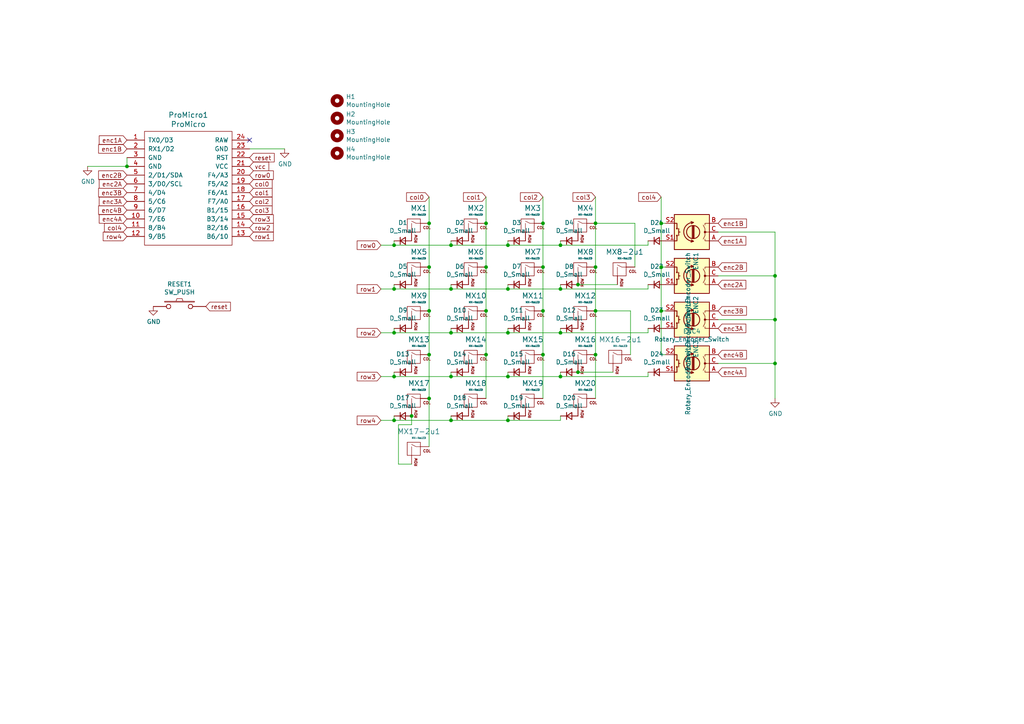
<source format=kicad_sch>
(kicad_sch (version 20210621) (generator eeschema)
  (paper "A4")
  (lib_symbols
    (symbol "Device:D_Small" (pin_numbers hide) (pin_names (offset 0.254) hide)
      (property "Reference" "D" (at -1.27 2.032 0))
      (property "Value" "D_Small" (at -3.81 -2.032 0))
      (symbol "D_Small_0_1"
        (polyline (pts (xy -0.762 -1.016) (xy -0.762 1.016)) (stroke (width 0.254)))
        (polyline (pts (xy -0.762 0) (xy 0.762 0)))
        (polyline (pts (xy 0.762 -1.016) (xy -0.762 0) (xy 0.762 1.016) (xy 0.762 -1.016)) (stroke (width 0.254)))
      )
      (symbol "D_Small_1_1"
        (pin passive line (at -2.54 0 0) (length 1.778) (name "K") (number "1"))
        (pin passive line (at 2.54 0 180) (length 1.778) (name "A") (number "2"))
      )
    )
    (symbol "Device:Rotary_Encoder_Switch" (pin_names (offset 0.254) hide)
      (property "Reference" "SW" (at 0 6.604 0))
      (property "Value" "Rotary_Encoder_Switch" (at 0 -6.604 0))
      (symbol "Rotary_Encoder_Switch_0_1"
        (arc (start -0.381 -2.794) (end -0.381 2.667) (radius (at -0.381 -0.0508) (length 2.7432) (angles -89.9 89.9)) (stroke (width 0.254)))
        (circle (center -0.381 0) (radius 1.905) (stroke (width 0.254)))
        (circle (center 4.318 -1.016) (radius 0.127) (stroke (width 0.254)))
        (circle (center 4.318 1.016) (radius 0.127) (stroke (width 0.254)))
        (circle (center -3.81 0) (radius 0.254) (fill (type outline)))
        (rectangle (start -5.08 5.08) (end 5.08 -5.08) (stroke (width 0.254)) (fill (type background)))
        (polyline (pts (xy -0.635 -1.778) (xy -0.635 1.778)) (stroke (width 0.254)))
        (polyline (pts (xy -0.381 -1.778) (xy -0.381 1.778)) (stroke (width 0.254)))
        (polyline (pts (xy -0.127 1.778) (xy -0.127 -1.778)) (stroke (width 0.254)))
        (polyline (pts (xy 3.81 0) (xy 3.429 0)) (stroke (width 0.254)))
        (polyline (pts (xy 3.81 1.016) (xy 3.81 -1.016)) (stroke (width 0.254)))
        (polyline (pts (xy -5.08 -2.54) (xy -3.81 -2.54) (xy -3.81 -2.032)))
        (polyline (pts (xy -5.08 2.54) (xy -3.81 2.54) (xy -3.81 2.032)))
        (polyline (pts (xy 0.254 -3.048) (xy -0.508 -2.794) (xy 0.127 -2.413)) (stroke (width 0.254)))
        (polyline (pts (xy 0.254 2.921) (xy -0.508 2.667) (xy 0.127 2.286)) (stroke (width 0.254)))
        (polyline (pts (xy 5.08 -2.54) (xy 4.318 -2.54) (xy 4.318 -1.016)) (stroke (width 0.254)))
        (polyline (pts (xy 5.08 2.54) (xy 4.318 2.54) (xy 4.318 1.016)) (stroke (width 0.254)))
        (polyline (pts (xy -5.08 0) (xy -3.81 0) (xy -3.81 -1.016) (xy -3.302 -2.032)))
        (polyline (pts (xy -4.318 0) (xy -3.81 0) (xy -3.81 1.016) (xy -3.302 2.032)))
      )
      (symbol "Rotary_Encoder_Switch_1_1"
        (pin passive line (at -7.62 2.54 0) (length 2.54) (name "A") (number "A"))
        (pin passive line (at -7.62 -2.54 0) (length 2.54) (name "B") (number "B"))
        (pin passive line (at -7.62 0 0) (length 2.54) (name "C") (number "C"))
        (pin passive line (at 7.62 2.54 180) (length 2.54) (name "S1") (number "S1"))
        (pin passive line (at 7.62 -2.54 180) (length 2.54) (name "S2") (number "S2"))
      )
    )
    (symbol "MX_Alps_Hybrid:MX-NoLED" (pin_names (offset 1.016))
      (property "Reference" "MX" (at -0.635 3.81 0))
      (property "Value" "MX-NoLED" (at -0.635 1.27 0))
      (symbol "MX-NoLED_0_0"
        (text "COL" (at 3.175 0 0) (effects (font (size 0.762 0.762))))
        (text "ROW" (at 0 -1.905 900) (effects (font (size 0.762 0.762)) (justify right)))
        (rectangle (start -2.54 2.54) (end 1.27 -1.27))
        (polyline (pts (xy -1.27 -1.27) (xy -1.27 1.27)) (stroke (width 0.127)))
        (polyline (pts (xy 1.27 1.27) (xy 0 1.27) (xy -1.27 1.905)) (stroke (width 0.127)))
      )
      (symbol "MX-NoLED_1_1"
        (pin passive line (at 3.81 1.27 180) (length 2.54) (name "COL") (number "1"))
        (pin passive line (at -1.27 -3.81 90) (length 2.54) (name "ROW") (number "2"))
      )
    )
    (symbol "Mechanical:MountingHole" (pin_names (offset 1.016))
      (property "Reference" "H" (at 0 5.08 0))
      (property "Value" "MountingHole" (at 0 3.175 0))
      (symbol "MountingHole_0_1"
        (circle (center 0 0) (radius 1.27) (stroke (width 1.27)))
      )
    )
    (symbol "kbd:ProMicro" (pin_names (offset 1.016))
      (property "Reference" "U" (at 0 19.05 0))
      (property "Value" "ProMicro" (at 0 -19.05 0))
      (symbol "ProMicro_0_1"
        (rectangle (start -12.7 16.51) (end 12.7 -16.51))
      )
      (symbol "ProMicro_1_1"
        (pin bidirectional line (at -17.78 13.97 0) (length 5.08) (name "TX0/D3") (number "1"))
        (pin bidirectional line (at -17.78 -8.89 0) (length 5.08) (name "7/E6") (number "10"))
        (pin bidirectional line (at -17.78 -11.43 0) (length 5.08) (name "8/B4") (number "11"))
        (pin bidirectional line (at -17.78 -13.97 0) (length 5.08) (name "9/B5") (number "12"))
        (pin bidirectional line (at 17.78 -13.97 180) (length 5.08) (name "B6/10") (number "13"))
        (pin bidirectional line (at 17.78 -11.43 180) (length 5.08) (name "B2/16") (number "14"))
        (pin bidirectional line (at 17.78 -8.89 180) (length 5.08) (name "B3/14") (number "15"))
        (pin bidirectional line (at 17.78 -6.35 180) (length 5.08) (name "B1/15") (number "16"))
        (pin bidirectional line (at 17.78 -3.81 180) (length 5.08) (name "F7/A0") (number "17"))
        (pin bidirectional line (at 17.78 -1.27 180) (length 5.08) (name "F6/A1") (number "18"))
        (pin bidirectional line (at 17.78 1.27 180) (length 5.08) (name "F5/A2") (number "19"))
        (pin bidirectional line (at -17.78 11.43 0) (length 5.08) (name "RX1/D2") (number "2"))
        (pin bidirectional line (at 17.78 3.81 180) (length 5.08) (name "F4/A3") (number "20"))
        (pin power_in line (at 17.78 6.35 180) (length 5.08) (name "VCC") (number "21"))
        (pin input line (at 17.78 8.89 180) (length 5.08) (name "RST") (number "22"))
        (pin power_in line (at 17.78 11.43 180) (length 5.08) (name "GND") (number "23"))
        (pin power_out line (at 17.78 13.97 180) (length 5.08) (name "RAW") (number "24"))
        (pin power_in line (at -17.78 8.89 0) (length 5.08) (name "GND") (number "3"))
        (pin power_in line (at -17.78 6.35 0) (length 5.08) (name "GND") (number "4"))
        (pin bidirectional line (at -17.78 3.81 0) (length 5.08) (name "2/D1/SDA") (number "5"))
        (pin bidirectional line (at -17.78 1.27 0) (length 5.08) (name "3/D0/SCL") (number "6"))
        (pin bidirectional line (at -17.78 -1.27 0) (length 5.08) (name "4/D4") (number "7"))
        (pin bidirectional line (at -17.78 -3.81 0) (length 5.08) (name "5/C6") (number "8"))
        (pin bidirectional line (at -17.78 -6.35 0) (length 5.08) (name "6/D7") (number "9"))
      )
    )
    (symbol "kbd:SW_PUSH" (pin_numbers hide) (pin_names (offset 1.016) hide)
      (property "Reference" "SW" (at 3.81 2.794 0))
      (property "Value" "SW_PUSH" (at 0 -2.032 0))
      (symbol "SW_PUSH_0_1"
        (rectangle (start -4.318 1.27) (end 4.318 1.524))
        (polyline (pts (xy -1.016 1.524) (xy -0.762 2.286) (xy 0.762 2.286) (xy 1.016 1.524)))
        (pin passive inverted (at -7.62 0 0) (length 5.08) (name "1") (number "1"))
        (pin passive inverted (at 7.62 0 180) (length 5.08) (name "2") (number "2"))
      )
    )
    (symbol "power:GND" (power) (pin_names (offset 0))
      (property "Value" "GND" (at 0 -3.81 0))
      (symbol "GND_0_1"
        (polyline (pts (xy 0 0) (xy 0 -1.27) (xy 1.27 -1.27) (xy 0 -2.54) (xy -1.27 -1.27) (xy 0 -1.27)))
      )
      (symbol "GND_1_1"
        (pin power_in line (at 0 0 270) (length 0) hide (name "GND") (number "1"))
      )
    )
  )
  (junction (at 36.83 48.26))
  (junction (at 114.3 71.12))
  (junction (at 114.3 83.82))
  (junction (at 114.3 96.52))
  (junction (at 114.3 109.22))
  (junction (at 114.3 121.92))
  (junction (at 119.38 120.65))
  (junction (at 124.46 64.77))
  (junction (at 124.46 77.47))
  (junction (at 124.46 90.17))
  (junction (at 124.46 102.87))
  (junction (at 124.46 115.57))
  (junction (at 130.81 71.12))
  (junction (at 130.81 83.82))
  (junction (at 130.81 96.52))
  (junction (at 130.81 109.22))
  (junction (at 130.81 121.92))
  (junction (at 140.97 64.77))
  (junction (at 140.97 77.47))
  (junction (at 140.97 90.17))
  (junction (at 140.97 102.87))
  (junction (at 147.32 71.12))
  (junction (at 147.32 83.82))
  (junction (at 147.32 96.52))
  (junction (at 147.32 109.22))
  (junction (at 147.32 121.92))
  (junction (at 157.48 64.77))
  (junction (at 157.48 77.47))
  (junction (at 157.48 90.17))
  (junction (at 157.48 102.87))
  (junction (at 162.56 71.12))
  (junction (at 162.56 83.82))
  (junction (at 162.56 96.52))
  (junction (at 162.56 109.22))
  (junction (at 167.64 82.55))
  (junction (at 167.64 107.95))
  (junction (at 172.72 64.77))
  (junction (at 172.72 77.47))
  (junction (at 172.72 90.17))
  (junction (at 172.72 102.87))
  (junction (at 191.77 64.77))
  (junction (at 191.77 77.47))
  (junction (at 191.77 90.17))
  (junction (at 224.79 80.01))
  (junction (at 224.79 92.71))
  (junction (at 224.79 105.41))
  (no_connect (at 72.39 40.64))
  (wire (pts (xy 36.83 45.72) (xy 36.83 48.26)))
  (wire (pts (xy 36.83 48.26) (xy 25.4 48.26)))
  (wire (pts (xy 72.39 43.18) (xy 82.55 43.18)))
  (wire (pts (xy 110.49 71.12) (xy 114.3 71.12)))
  (wire (pts (xy 110.49 83.82) (xy 114.3 83.82)))
  (wire (pts (xy 110.49 96.52) (xy 114.3 96.52)))
  (wire (pts (xy 110.49 109.22) (xy 114.3 109.22)))
  (wire (pts (xy 110.49 121.92) (xy 114.3 121.92)))
  (wire (pts (xy 114.3 71.12) (xy 114.3 69.85)))
  (wire (pts (xy 114.3 71.12) (xy 130.81 71.12)))
  (wire (pts (xy 114.3 82.55) (xy 114.3 83.82)))
  (wire (pts (xy 114.3 83.82) (xy 130.81 83.82)))
  (wire (pts (xy 114.3 95.25) (xy 114.3 96.52)))
  (wire (pts (xy 114.3 96.52) (xy 130.81 96.52)))
  (wire (pts (xy 114.3 107.95) (xy 114.3 109.22)))
  (wire (pts (xy 114.3 109.22) (xy 130.81 109.22)))
  (wire (pts (xy 114.3 120.65) (xy 114.3 121.92)))
  (wire (pts (xy 114.3 121.92) (xy 130.81 121.92)))
  (wire (pts (xy 115.57 123.19) (xy 119.38 123.19)))
  (wire (pts (xy 115.57 134.62) (xy 115.57 123.19)))
  (wire (pts (xy 119.38 123.19) (xy 119.38 120.65)))
  (wire (pts (xy 119.38 134.62) (xy 115.57 134.62)))
  (wire (pts (xy 124.46 57.15) (xy 124.46 64.77)))
  (wire (pts (xy 124.46 64.77) (xy 124.46 77.47)))
  (wire (pts (xy 124.46 77.47) (xy 124.46 90.17)))
  (wire (pts (xy 124.46 90.17) (xy 124.46 102.87)))
  (wire (pts (xy 124.46 115.57) (xy 124.46 102.87)))
  (wire (pts (xy 124.46 129.54) (xy 124.46 115.57)))
  (wire (pts (xy 130.81 71.12) (xy 130.81 69.85)))
  (wire (pts (xy 130.81 71.12) (xy 147.32 71.12)))
  (wire (pts (xy 130.81 83.82) (xy 130.81 82.55)))
  (wire (pts (xy 130.81 83.82) (xy 147.32 83.82)))
  (wire (pts (xy 130.81 95.25) (xy 130.81 96.52)))
  (wire (pts (xy 130.81 96.52) (xy 147.32 96.52)))
  (wire (pts (xy 130.81 109.22) (xy 130.81 107.95)))
  (wire (pts (xy 130.81 109.22) (xy 147.32 109.22)))
  (wire (pts (xy 130.81 120.65) (xy 130.81 121.92)))
  (wire (pts (xy 130.81 121.92) (xy 147.32 121.92)))
  (wire (pts (xy 140.97 57.15) (xy 140.97 64.77)))
  (wire (pts (xy 140.97 77.47) (xy 140.97 64.77)))
  (wire (pts (xy 140.97 77.47) (xy 140.97 90.17)))
  (wire (pts (xy 140.97 90.17) (xy 140.97 102.87)))
  (wire (pts (xy 140.97 115.57) (xy 140.97 102.87)))
  (wire (pts (xy 147.32 69.85) (xy 147.32 71.12)))
  (wire (pts (xy 147.32 71.12) (xy 162.56 71.12)))
  (wire (pts (xy 147.32 82.55) (xy 147.32 83.82)))
  (wire (pts (xy 147.32 83.82) (xy 162.56 83.82)))
  (wire (pts (xy 147.32 95.25) (xy 147.32 96.52)))
  (wire (pts (xy 147.32 96.52) (xy 162.56 96.52)))
  (wire (pts (xy 147.32 107.95) (xy 147.32 109.22)))
  (wire (pts (xy 147.32 109.22) (xy 162.56 109.22)))
  (wire (pts (xy 147.32 120.65) (xy 147.32 121.92)))
  (wire (pts (xy 147.32 121.92) (xy 162.56 121.92)))
  (wire (pts (xy 157.48 57.15) (xy 157.48 64.77)))
  (wire (pts (xy 157.48 77.47) (xy 157.48 64.77)))
  (wire (pts (xy 157.48 77.47) (xy 157.48 90.17)))
  (wire (pts (xy 157.48 90.17) (xy 157.48 102.87)))
  (wire (pts (xy 157.48 102.87) (xy 157.48 115.57)))
  (wire (pts (xy 162.56 69.85) (xy 162.56 71.12)))
  (wire (pts (xy 162.56 82.55) (xy 162.56 83.82)))
  (wire (pts (xy 162.56 95.25) (xy 162.56 96.52)))
  (wire (pts (xy 162.56 107.95) (xy 162.56 109.22)))
  (wire (pts (xy 162.56 120.65) (xy 162.56 121.92)))
  (wire (pts (xy 172.72 57.15) (xy 172.72 64.77)))
  (wire (pts (xy 172.72 77.47) (xy 172.72 64.77)))
  (wire (pts (xy 172.72 90.17) (xy 172.72 77.47)))
  (wire (pts (xy 172.72 90.17) (xy 172.72 102.87)))
  (wire (pts (xy 172.72 115.57) (xy 172.72 102.87)))
  (wire (pts (xy 177.8 107.95) (xy 167.64 107.95)))
  (wire (pts (xy 179.07 82.55) (xy 167.64 82.55)))
  (wire (pts (xy 182.88 90.17) (xy 172.72 90.17)))
  (wire (pts (xy 182.88 102.87) (xy 182.88 90.17)))
  (wire (pts (xy 184.15 64.77) (xy 172.72 64.77)))
  (wire (pts (xy 184.15 77.47) (xy 184.15 64.77)))
  (wire (pts (xy 187.96 69.85) (xy 187.96 71.12)))
  (wire (pts (xy 187.96 71.12) (xy 162.56 71.12)))
  (wire (pts (xy 187.96 82.55) (xy 187.96 83.82)))
  (wire (pts (xy 187.96 83.82) (xy 162.56 83.82)))
  (wire (pts (xy 187.96 95.25) (xy 187.96 96.52)))
  (wire (pts (xy 187.96 96.52) (xy 162.56 96.52)))
  (wire (pts (xy 187.96 107.95) (xy 187.96 109.22)))
  (wire (pts (xy 187.96 109.22) (xy 162.56 109.22)))
  (wire (pts (xy 191.77 57.15) (xy 191.77 64.77)))
  (wire (pts (xy 191.77 64.77) (xy 191.77 77.47)))
  (wire (pts (xy 191.77 64.77) (xy 193.04 64.77)))
  (wire (pts (xy 191.77 77.47) (xy 191.77 90.17)))
  (wire (pts (xy 191.77 77.47) (xy 193.04 77.47)))
  (wire (pts (xy 191.77 90.17) (xy 191.77 102.87)))
  (wire (pts (xy 191.77 90.17) (xy 193.04 90.17)))
  (wire (pts (xy 191.77 102.87) (xy 193.04 102.87)))
  (wire (pts (xy 208.28 67.31) (xy 224.79 67.31)))
  (wire (pts (xy 208.28 80.01) (xy 224.79 80.01)))
  (wire (pts (xy 208.28 92.71) (xy 224.79 92.71)))
  (wire (pts (xy 208.28 105.41) (xy 224.79 105.41)))
  (wire (pts (xy 224.79 67.31) (xy 224.79 80.01)))
  (wire (pts (xy 224.79 80.01) (xy 224.79 92.71)))
  (wire (pts (xy 224.79 92.71) (xy 224.79 105.41)))
  (wire (pts (xy 224.79 105.41) (xy 224.79 115.57)))
  (global_label "enc1A" (shape input) (at 36.83 40.64 180) (property "Intersheet References" "${INTERSHEET_REFS}" (effects hide)))
  (global_label "enc1B" (shape input) (at 36.83 43.18 180) (property "Intersheet References" "${INTERSHEET_REFS}" (effects hide)))
  (global_label "enc2B" (shape input) (at 36.83 50.8 180) (property "Intersheet References" "${INTERSHEET_REFS}" (effects hide)))
  (global_label "enc2A" (shape input) (at 36.83 53.34 180) (property "Intersheet References" "${INTERSHEET_REFS}" (effects hide)))
  (global_label "enc3B" (shape input) (at 36.83 55.88 180) (property "Intersheet References" "${INTERSHEET_REFS}" (effects hide)))
  (global_label "enc3A" (shape input) (at 36.83 58.42 180) (property "Intersheet References" "${INTERSHEET_REFS}" (effects hide)))
  (global_label "enc4B" (shape input) (at 36.83 60.96 180) (property "Intersheet References" "${INTERSHEET_REFS}" (effects hide)))
  (global_label "enc4A" (shape input) (at 36.83 63.5 180) (property "Intersheet References" "${INTERSHEET_REFS}" (effects hide)))
  (global_label "col4" (shape input) (at 36.83 66.04 180) (property "Intersheet References" "${INTERSHEET_REFS}" (effects hide)))
  (global_label "row4" (shape input) (at 36.83 68.58 180) (property "Intersheet References" "${INTERSHEET_REFS}" (effects hide)))
  (global_label "reset" (shape input) (at 59.69 88.9 0) (property "Intersheet References" "${INTERSHEET_REFS}" (effects hide)))
  (global_label "reset" (shape input) (at 72.39 45.72 0) (property "Intersheet References" "${INTERSHEET_REFS}" (effects hide)))
  (global_label "vcc" (shape input) (at 72.39 48.26 0) (property "Intersheet References" "${INTERSHEET_REFS}" (effects hide)))
  (global_label "row0" (shape input) (at 72.39 50.8 0) (property "Intersheet References" "${INTERSHEET_REFS}" (effects hide)))
  (global_label "col0" (shape input) (at 72.39 53.34 0) (property "Intersheet References" "${INTERSHEET_REFS}" (effects hide)))
  (global_label "col1" (shape input) (at 72.39 55.88 0) (property "Intersheet References" "${INTERSHEET_REFS}" (effects hide)))
  (global_label "col2" (shape input) (at 72.39 58.42 0) (property "Intersheet References" "${INTERSHEET_REFS}" (effects hide)))
  (global_label "col3" (shape input) (at 72.39 60.96 0) (property "Intersheet References" "${INTERSHEET_REFS}" (effects hide)))
  (global_label "row3" (shape input) (at 72.39 63.5 0) (property "Intersheet References" "${INTERSHEET_REFS}" (effects hide)))
  (global_label "row2" (shape input) (at 72.39 66.04 0) (property "Intersheet References" "${INTERSHEET_REFS}" (effects hide)))
  (global_label "row1" (shape input) (at 72.39 68.58 0) (property "Intersheet References" "${INTERSHEET_REFS}" (effects hide)))
  (global_label "row0" (shape input) (at 110.49 71.12 180) (property "Intersheet References" "${INTERSHEET_REFS}" (effects hide)))
  (global_label "row1" (shape input) (at 110.49 83.82 180) (property "Intersheet References" "${INTERSHEET_REFS}" (effects hide)))
  (global_label "row2" (shape input) (at 110.49 96.52 180) (property "Intersheet References" "${INTERSHEET_REFS}" (effects hide)))
  (global_label "row3" (shape input) (at 110.49 109.22 180) (property "Intersheet References" "${INTERSHEET_REFS}" (effects hide)))
  (global_label "row4" (shape input) (at 110.49 121.92 180) (property "Intersheet References" "${INTERSHEET_REFS}" (effects hide)))
  (global_label "col0" (shape input) (at 124.46 57.15 180) (property "Intersheet References" "${INTERSHEET_REFS}" (effects hide)))
  (global_label "col1" (shape input) (at 140.97 57.15 180) (property "Intersheet References" "${INTERSHEET_REFS}" (effects hide)))
  (global_label "col2" (shape input) (at 157.48 57.15 180) (property "Intersheet References" "${INTERSHEET_REFS}" (effects hide)))
  (global_label "col3" (shape input) (at 172.72 57.15 180) (property "Intersheet References" "${INTERSHEET_REFS}" (effects hide)))
  (global_label "col4" (shape input) (at 191.77 57.15 180) (property "Intersheet References" "${INTERSHEET_REFS}" (effects hide)))
  (global_label "enc1B" (shape input) (at 208.28 64.77 0) (property "Intersheet References" "${INTERSHEET_REFS}" (effects hide)))
  (global_label "enc1A" (shape input) (at 208.28 69.85 0) (property "Intersheet References" "${INTERSHEET_REFS}" (effects hide)))
  (global_label "enc2B" (shape input) (at 208.28 77.47 0) (property "Intersheet References" "${INTERSHEET_REFS}" (effects hide)))
  (global_label "enc2A" (shape input) (at 208.28 82.55 0) (property "Intersheet References" "${INTERSHEET_REFS}" (effects hide)))
  (global_label "enc3B" (shape input) (at 208.28 90.17 0) (property "Intersheet References" "${INTERSHEET_REFS}" (effects hide)))
  (global_label "enc3A" (shape input) (at 208.28 95.25 0) (property "Intersheet References" "${INTERSHEET_REFS}" (effects hide)))
  (global_label "enc4B" (shape input) (at 208.28 102.87 0) (property "Intersheet References" "${INTERSHEET_REFS}" (effects hide)))
  (global_label "enc4A" (shape input) (at 208.28 107.95 0) (property "Intersheet References" "${INTERSHEET_REFS}" (effects hide)))
  (symbol (lib_id "power:GND") (at 25.4 48.26 0) (unit 1)
    (property "Reference" "#PWR0101" (effects hide))
    (property "Value" "GND" (at 25.527 52.6542 0))
  )
  (symbol (lib_id "power:GND") (at 44.45 88.9 0) (unit 1)
    (property "Reference" "#PWR0104" (effects hide))
    (property "Value" "GND" (at 44.577 93.2942 0))
  )
  (symbol (lib_id "power:GND") (at 82.55 43.18 0) (unit 1)
    (property "Reference" "#PWR0102" (effects hide))
    (property "Value" "GND" (at 82.677 47.5742 0))
  )
  (symbol (lib_id "power:GND") (at 224.79 115.57 0) (unit 1)
    (property "Reference" "#PWR0103" (effects hide))
    (property "Value" "GND" (at 224.917 119.9642 0))
  )
  (symbol (lib_id "Device:D_Small") (at 116.84 69.85 0) (unit 1)
    (property "Reference" "D1" (at 116.84 64.5922 0))
    (property "Value" "D_Small" (at 116.84 66.9036 0))
    (property "Footprint" "Keebio_parts:Diode-Hybrid-Back" (effects hide))
  )
  (symbol (lib_id "Device:D_Small") (at 116.84 82.55 0) (unit 1)
    (property "Reference" "D5" (at 116.84 77.2922 0))
    (property "Value" "D_Small" (at 116.84 79.6036 0))
    (property "Footprint" "Keebio_parts:Diode-Hybrid-Back" (effects hide))
  )
  (symbol (lib_id "Device:D_Small") (at 116.84 95.25 0) (unit 1)
    (property "Reference" "D9" (at 116.84 89.9922 0))
    (property "Value" "D_Small" (at 116.84 92.3036 0))
    (property "Footprint" "Keebio_parts:Diode-Hybrid-Back" (effects hide))
  )
  (symbol (lib_id "Device:D_Small") (at 116.84 107.95 0) (unit 1)
    (property "Reference" "D13" (at 116.84 102.6922 0))
    (property "Value" "D_Small" (at 116.84 105.0036 0))
    (property "Footprint" "Keebio_parts:Diode-Hybrid-Back" (effects hide))
  )
  (symbol (lib_id "Device:D_Small") (at 116.84 120.65 0) (unit 1)
    (property "Reference" "D17" (at 116.84 115.3922 0))
    (property "Value" "D_Small" (at 116.84 117.7036 0))
    (property "Footprint" "Keebio_parts:Diode-Hybrid-Back" (effects hide))
  )
  (symbol (lib_id "Device:D_Small") (at 133.35 69.85 0) (unit 1)
    (property "Reference" "D2" (at 133.35 64.5922 0))
    (property "Value" "D_Small" (at 133.35 66.9036 0))
    (property "Footprint" "Keebio_parts:Diode-Hybrid-Back" (effects hide))
  )
  (symbol (lib_id "Device:D_Small") (at 133.35 82.55 0) (unit 1)
    (property "Reference" "D6" (at 133.35 77.2922 0))
    (property "Value" "D_Small" (at 133.35 79.6036 0))
    (property "Footprint" "Keebio_parts:Diode-Hybrid-Back" (effects hide))
  )
  (symbol (lib_id "Device:D_Small") (at 133.35 95.25 0) (unit 1)
    (property "Reference" "D10" (at 133.35 89.9922 0))
    (property "Value" "D_Small" (at 133.35 92.3036 0))
    (property "Footprint" "Keebio_parts:Diode-Hybrid-Back" (effects hide))
  )
  (symbol (lib_id "Device:D_Small") (at 133.35 107.95 0) (unit 1)
    (property "Reference" "D14" (at 133.35 102.6922 0))
    (property "Value" "D_Small" (at 133.35 105.0036 0))
    (property "Footprint" "Keebio_parts:Diode-Hybrid-Back" (effects hide))
  )
  (symbol (lib_id "Device:D_Small") (at 133.35 120.65 0) (unit 1)
    (property "Reference" "D18" (at 133.35 115.3922 0))
    (property "Value" "D_Small" (at 133.35 117.7036 0))
    (property "Footprint" "Keebio_parts:Diode-Hybrid-Back" (effects hide))
  )
  (symbol (lib_id "Device:D_Small") (at 149.86 69.85 0) (unit 1)
    (property "Reference" "D3" (at 149.86 64.5922 0))
    (property "Value" "D_Small" (at 149.86 66.9036 0))
    (property "Footprint" "Keebio_parts:Diode-Hybrid-Back" (effects hide))
  )
  (symbol (lib_id "Device:D_Small") (at 149.86 82.55 0) (unit 1)
    (property "Reference" "D7" (at 149.86 77.2922 0))
    (property "Value" "D_Small" (at 149.86 79.6036 0))
    (property "Footprint" "Keebio_parts:Diode-Hybrid-Back" (effects hide))
  )
  (symbol (lib_id "Device:D_Small") (at 149.86 95.25 0) (unit 1)
    (property "Reference" "D11" (at 149.86 89.9922 0))
    (property "Value" "D_Small" (at 149.86 92.3036 0))
    (property "Footprint" "Keebio_parts:Diode-Hybrid-Back" (effects hide))
  )
  (symbol (lib_id "Device:D_Small") (at 149.86 107.95 0) (unit 1)
    (property "Reference" "D15" (at 149.86 102.6922 0))
    (property "Value" "D_Small" (at 149.86 105.0036 0))
    (property "Footprint" "Keebio_parts:Diode-Hybrid-Back" (effects hide))
  )
  (symbol (lib_id "Device:D_Small") (at 149.86 120.65 0) (unit 1)
    (property "Reference" "D19" (at 149.86 115.3922 0))
    (property "Value" "D_Small" (at 149.86 117.7036 0))
    (property "Footprint" "Keebio_parts:Diode-Hybrid-Back" (effects hide))
  )
  (symbol (lib_id "Device:D_Small") (at 165.1 69.85 0) (unit 1)
    (property "Reference" "D4" (at 165.1 64.5922 0))
    (property "Value" "D_Small" (at 165.1 66.9036 0))
    (property "Footprint" "Keebio_parts:Diode-Hybrid-Back" (effects hide))
  )
  (symbol (lib_id "Device:D_Small") (at 165.1 82.55 0) (unit 1)
    (property "Reference" "D8" (at 165.1 77.2922 0))
    (property "Value" "D_Small" (at 165.1 79.6036 0))
    (property "Footprint" "Keebio_parts:Diode-Hybrid-Back" (effects hide))
  )
  (symbol (lib_id "Device:D_Small") (at 165.1 95.25 0) (unit 1)
    (property "Reference" "D12" (at 165.1 89.9922 0))
    (property "Value" "D_Small" (at 165.1 92.3036 0))
    (property "Footprint" "Keebio_parts:Diode-Hybrid-Back" (effects hide))
  )
  (symbol (lib_id "Device:D_Small") (at 165.1 107.95 0) (unit 1)
    (property "Reference" "D16" (at 165.1 102.6922 0))
    (property "Value" "D_Small" (at 165.1 105.0036 0))
    (property "Footprint" "Keebio_parts:Diode-Hybrid-Back" (effects hide))
  )
  (symbol (lib_id "Device:D_Small") (at 165.1 120.65 0) (unit 1)
    (property "Reference" "D20" (at 165.1 115.3922 0))
    (property "Value" "D_Small" (at 165.1 117.7036 0))
    (property "Footprint" "Keebio_parts:Diode-Hybrid-Back" (effects hide))
  )
  (symbol (lib_id "Device:D_Small") (at 190.5 69.85 0) (unit 1)
    (property "Reference" "D21" (at 190.5 64.5922 0))
    (property "Value" "D_Small" (at 190.5 66.9036 0))
    (property "Footprint" "Keebio_parts:Diode-Hybrid-Back" (effects hide))
  )
  (symbol (lib_id "Device:D_Small") (at 190.5 82.55 0) (unit 1)
    (property "Reference" "D22" (at 190.5 77.2922 0))
    (property "Value" "D_Small" (at 190.5 79.6036 0))
    (property "Footprint" "Keebio_parts:Diode-Hybrid-Back" (effects hide))
  )
  (symbol (lib_id "Device:D_Small") (at 190.5 95.25 0) (unit 1)
    (property "Reference" "D23" (at 190.5 89.9922 0))
    (property "Value" "D_Small" (at 190.5 92.3036 0))
    (property "Footprint" "Keebio_parts:Diode-Hybrid-Back" (effects hide))
  )
  (symbol (lib_id "Device:D_Small") (at 190.5 107.95 0) (unit 1)
    (property "Reference" "D24" (at 190.5 102.6922 0))
    (property "Value" "D_Small" (at 190.5 105.0036 0))
    (property "Footprint" "Keebio_parts:Diode-Hybrid-Back" (effects hide))
  )
  (symbol (lib_id "Mechanical:MountingHole") (at 97.79 29.21 0) (unit 1)
    (property "Reference" "H1" (at 100.33 28.0416 0) (effects (justify left)))
    (property "Value" "MountingHole" (at 100.33 30.353 0) (effects (justify left)))
    (property "Footprint" "Envoy:ClearanceHole_3.7mm" (effects hide))
  )
  (symbol (lib_id "Mechanical:MountingHole") (at 97.79 34.29 0) (unit 1)
    (property "Reference" "H2" (at 100.33 33.1216 0) (effects (justify left)))
    (property "Value" "MountingHole" (at 100.33 35.433 0) (effects (justify left)))
    (property "Footprint" "Envoy:ClearanceHole_3.7mm" (effects hide))
  )
  (symbol (lib_id "Mechanical:MountingHole") (at 97.79 39.37 0) (unit 1)
    (property "Reference" "H3" (at 100.33 38.2016 0) (effects (justify left)))
    (property "Value" "MountingHole" (at 100.33 40.513 0) (effects (justify left)))
    (property "Footprint" "Envoy:ClearanceHole_3.7mm" (effects hide))
  )
  (symbol (lib_id "Mechanical:MountingHole") (at 97.79 44.45 0) (unit 1)
    (property "Reference" "H4" (at 100.33 43.2816 0) (effects (justify left)))
    (property "Value" "MountingHole" (at 100.33 45.593 0) (effects (justify left)))
    (property "Footprint" "Envoy:ClearanceHole_3.7mm" (effects hide))
  )
  (symbol (lib_id "kbd:SW_PUSH") (at 52.07 88.9 0) (unit 1)
    (property "Reference" "RESET1" (at 52.07 82.423 0))
    (property "Value" "SW_PUSH" (at 52.07 84.7344 0))
    (property "Footprint" "kbd:ResetSW" (effects hide))
  )
  (symbol (lib_id "MX_Alps_Hybrid:MX-NoLED") (at 120.65 66.04 0) (unit 1)
    (property "Reference" "MX1" (at 121.4882 60.3758 0) (effects (font (size 1.524 1.524))))
    (property "Value" "MX-NoLED" (at 121.4882 62.2554 0) (effects (font (size 0.508 0.508))))
    (property "Footprint" "Envoy:MXOnly-1U-Hotswap" (effects hide))
  )
  (symbol (lib_id "MX_Alps_Hybrid:MX-NoLED") (at 120.65 78.74 0) (unit 1)
    (property "Reference" "MX5" (at 121.4882 73.0758 0) (effects (font (size 1.524 1.524))))
    (property "Value" "MX-NoLED" (at 121.4882 74.9554 0) (effects (font (size 0.508 0.508))))
    (property "Footprint" "Envoy:MXOnly-1U-Hotswap" (effects hide))
  )
  (symbol (lib_id "MX_Alps_Hybrid:MX-NoLED") (at 120.65 91.44 0) (unit 1)
    (property "Reference" "MX9" (at 121.4882 85.7758 0) (effects (font (size 1.524 1.524))))
    (property "Value" "MX-NoLED" (at 121.4882 87.6554 0) (effects (font (size 0.508 0.508))))
    (property "Footprint" "Envoy:MXOnly-1U-Hotswap" (effects hide))
  )
  (symbol (lib_id "MX_Alps_Hybrid:MX-NoLED") (at 120.65 104.14 0) (unit 1)
    (property "Reference" "MX13" (at 121.4882 98.4758 0) (effects (font (size 1.524 1.524))))
    (property "Value" "MX-NoLED" (at 121.4882 100.3554 0) (effects (font (size 0.508 0.508))))
    (property "Footprint" "Envoy:MXOnly-1U-Hotswap" (effects hide))
  )
  (symbol (lib_id "MX_Alps_Hybrid:MX-NoLED") (at 120.65 116.84 0) (unit 1)
    (property "Reference" "MX17" (at 121.4882 111.1758 0) (effects (font (size 1.524 1.524))))
    (property "Value" "MX-NoLED" (at 121.4882 113.0554 0) (effects (font (size 0.508 0.508))))
    (property "Footprint" "Envoy:MXOnly-1U-Hotswap-2KeyAlternativeLeft" (effects hide))
  )
  (symbol (lib_id "MX_Alps_Hybrid:MX-NoLED") (at 120.65 130.81 0) (unit 1)
    (property "Reference" "MX17-2u1" (at 121.4882 125.1458 0) (effects (font (size 1.524 1.524))))
    (property "Value" "MX-NoLED" (at 121.4882 127.0254 0) (effects (font (size 0.508 0.508))))
    (property "Footprint" "Envoy:MXOnly-2U-Hotswap-ReversedStabilizers-Alternative" (effects hide))
  )
  (symbol (lib_id "MX_Alps_Hybrid:MX-NoLED") (at 137.16 66.04 0) (unit 1)
    (property "Reference" "MX2" (at 137.9982 60.3758 0) (effects (font (size 1.524 1.524))))
    (property "Value" "MX-NoLED" (at 137.9982 62.2554 0) (effects (font (size 0.508 0.508))))
    (property "Footprint" "Envoy:MXOnly-1U-Hotswap" (effects hide))
  )
  (symbol (lib_id "MX_Alps_Hybrid:MX-NoLED") (at 137.16 78.74 0) (unit 1)
    (property "Reference" "MX6" (at 137.9982 73.0758 0) (effects (font (size 1.524 1.524))))
    (property "Value" "MX-NoLED" (at 137.9982 74.9554 0) (effects (font (size 0.508 0.508))))
    (property "Footprint" "Envoy:MXOnly-1U-Hotswap" (effects hide))
  )
  (symbol (lib_id "MX_Alps_Hybrid:MX-NoLED") (at 137.16 91.44 0) (unit 1)
    (property "Reference" "MX10" (at 137.9982 85.7758 0) (effects (font (size 1.524 1.524))))
    (property "Value" "MX-NoLED" (at 137.9982 87.6554 0) (effects (font (size 0.508 0.508))))
    (property "Footprint" "Envoy:MXOnly-1U-Hotswap" (effects hide))
  )
  (symbol (lib_id "MX_Alps_Hybrid:MX-NoLED") (at 137.16 104.14 0) (unit 1)
    (property "Reference" "MX14" (at 137.9982 98.4758 0) (effects (font (size 1.524 1.524))))
    (property "Value" "MX-NoLED" (at 137.9982 100.3554 0) (effects (font (size 0.508 0.508))))
    (property "Footprint" "Envoy:MXOnly-1U-Hotswap" (effects hide))
  )
  (symbol (lib_id "MX_Alps_Hybrid:MX-NoLED") (at 137.16 116.84 0) (unit 1)
    (property "Reference" "MX18" (at 137.9982 111.1758 0) (effects (font (size 1.524 1.524))))
    (property "Value" "MX-NoLED" (at 137.9982 113.0554 0) (effects (font (size 0.508 0.508))))
    (property "Footprint" "Envoy:MXOnly-1U-HotswapReversed-2KeyAlternativeLeft" (effects hide))
  )
  (symbol (lib_id "MX_Alps_Hybrid:MX-NoLED") (at 153.67 66.04 0) (unit 1)
    (property "Reference" "MX3" (at 154.5082 60.3758 0) (effects (font (size 1.524 1.524))))
    (property "Value" "MX-NoLED" (at 154.5082 62.2554 0) (effects (font (size 0.508 0.508))))
    (property "Footprint" "Envoy:MXOnly-1U-Hotswap" (effects hide))
  )
  (symbol (lib_id "MX_Alps_Hybrid:MX-NoLED") (at 153.67 78.74 0) (unit 1)
    (property "Reference" "MX7" (at 154.5082 73.0758 0) (effects (font (size 1.524 1.524))))
    (property "Value" "MX-NoLED" (at 154.5082 74.9554 0) (effects (font (size 0.508 0.508))))
    (property "Footprint" "Envoy:MXOnly-1U-Hotswap" (effects hide))
  )
  (symbol (lib_id "MX_Alps_Hybrid:MX-NoLED") (at 153.67 91.44 0) (unit 1)
    (property "Reference" "MX11" (at 154.5082 85.7758 0) (effects (font (size 1.524 1.524))))
    (property "Value" "MX-NoLED" (at 154.5082 87.6554 0) (effects (font (size 0.508 0.508))))
    (property "Footprint" "Envoy:MXOnly-1U-Hotswap" (effects hide))
  )
  (symbol (lib_id "MX_Alps_Hybrid:MX-NoLED") (at 153.67 104.14 0) (unit 1)
    (property "Reference" "MX15" (at 154.5082 98.4758 0) (effects (font (size 1.524 1.524))))
    (property "Value" "MX-NoLED" (at 154.5082 100.3554 0) (effects (font (size 0.508 0.508))))
    (property "Footprint" "Envoy:MXOnly-1U-HotswapReversed" (effects hide))
  )
  (symbol (lib_id "MX_Alps_Hybrid:MX-NoLED") (at 153.67 116.84 0) (unit 1)
    (property "Reference" "MX19" (at 154.5082 111.1758 0) (effects (font (size 1.524 1.524))))
    (property "Value" "MX-NoLED" (at 154.5082 113.0554 0) (effects (font (size 0.508 0.508))))
    (property "Footprint" "Envoy:MXOnly-1U-Hotswap" (effects hide))
  )
  (symbol (lib_id "MX_Alps_Hybrid:MX-NoLED") (at 168.91 66.04 0) (unit 1)
    (property "Reference" "MX4" (at 169.7482 60.3758 0) (effects (font (size 1.524 1.524))))
    (property "Value" "MX-NoLED" (at 169.7482 62.2554 0) (effects (font (size 0.508 0.508))))
    (property "Footprint" "Envoy:MXOnly-1U-Hotswap" (effects hide))
  )
  (symbol (lib_id "MX_Alps_Hybrid:MX-NoLED") (at 168.91 78.74 0) (unit 1)
    (property "Reference" "MX8" (at 169.7482 73.0758 0) (effects (font (size 1.524 1.524))))
    (property "Value" "MX-NoLED" (at 169.7482 74.9554 0) (effects (font (size 0.508 0.508))))
    (property "Footprint" "Envoy:MXOnly-1U-Hotswap-2KeyAlternativeLeft" (effects hide))
  )
  (symbol (lib_id "MX_Alps_Hybrid:MX-NoLED") (at 168.91 91.44 0) (unit 1)
    (property "Reference" "MX12" (at 169.7482 85.7758 0) (effects (font (size 1.524 1.524))))
    (property "Value" "MX-NoLED" (at 169.7482 87.6554 0) (effects (font (size 0.508 0.508))))
    (property "Footprint" "Envoy:MXOnly-1U-Hotswap-2KeyAlternativeLeft" (effects hide))
  )
  (symbol (lib_id "MX_Alps_Hybrid:MX-NoLED") (at 168.91 104.14 0) (unit 1)
    (property "Reference" "MX16" (at 169.7482 98.4758 0) (effects (font (size 1.524 1.524))))
    (property "Value" "MX-NoLED" (at 169.7482 100.3554 0) (effects (font (size 0.508 0.508))))
    (property "Footprint" "Envoy:MXOnly-1U-Hotswap-2KeyAlternativeLeft" (effects hide))
  )
  (symbol (lib_id "MX_Alps_Hybrid:MX-NoLED") (at 168.91 116.84 0) (unit 1)
    (property "Reference" "MX20" (at 169.7482 111.1758 0) (effects (font (size 1.524 1.524))))
    (property "Value" "MX-NoLED" (at 169.7482 113.0554 0) (effects (font (size 0.508 0.508))))
    (property "Footprint" "Envoy:MXOnly-1U-Hotswap-2KeyAlternativeLeft" (effects hide))
  )
  (symbol (lib_id "MX_Alps_Hybrid:MX-NoLED") (at 179.07 104.14 0) (unit 1)
    (property "Reference" "MX16-2u1" (at 179.9082 98.4758 0) (effects (font (size 1.524 1.524))))
    (property "Value" "MX-NoLED" (at 179.9082 100.3554 0) (effects (font (size 0.508 0.508))))
    (property "Footprint" "Envoy:MXOnly-2U-Hotswap-2KeyAlternative" (effects hide))
  )
  (symbol (lib_id "MX_Alps_Hybrid:MX-NoLED") (at 180.34 78.74 0) (unit 1)
    (property "Reference" "MX8-2u1" (at 181.1782 73.0758 0) (effects (font (size 1.524 1.524))))
    (property "Value" "MX-NoLED" (at 181.1782 74.9554 0) (effects (font (size 0.508 0.508))))
    (property "Footprint" "Envoy:MXOnly-2U-Hotswap-2KeyAlternative" (effects hide))
  )
  (symbol (lib_id "Device:Rotary_Encoder_Switch") (at 200.66 67.31 180) (unit 1)
    (property "Reference" "ENC1" (at 201.8284 73.152 90) (effects (justify left)))
    (property "Value" "Rotary_Encoder_Switch" (at 199.517 73.152 90) (effects (justify left)))
    (property "Footprint" "Keebio-Parts:RotaryEncoder_EC11-no-legs" (effects hide))
  )
  (symbol (lib_id "Device:Rotary_Encoder_Switch") (at 200.66 80.01 180) (unit 1)
    (property "Reference" "ENC2" (at 201.8284 85.852 90) (effects (justify left)))
    (property "Value" "Rotary_Encoder_Switch" (at 199.517 85.852 90) (effects (justify left)))
    (property "Footprint" "Keebio-Parts:RotaryEncoder_EC11-no-legs" (effects hide))
  )
  (symbol (lib_id "Device:Rotary_Encoder_Switch") (at 200.66 92.71 180) (unit 1)
    (property "Reference" "ENC3" (at 201.8284 98.552 90) (effects (justify left)))
    (property "Value" "Rotary_Encoder_Switch" (at 199.517 98.552 90) (effects (justify left)))
    (property "Footprint" "Keebio_parts:RotaryEncoder_EC11" (effects hide))
  )
  (symbol (lib_id "Device:Rotary_Encoder_Switch") (at 200.66 105.41 180) (unit 1)
    (property "Reference" "ENC4" (at 200.66 96.0882 0))
    (property "Value" "Rotary_Encoder_Switch" (at 200.66 98.3996 0))
    (property "Footprint" "Keebio_parts:RotaryEncoder_EC11" (effects hide))
  )
  (symbol (lib_id "kbd:ProMicro") (at 54.61 54.61 0) (unit 1)
    (property "Reference" "ProMicro1" (at 54.61 33.3502 0) (effects (font (size 1.524 1.524))))
    (property "Value" "ProMicro" (at 54.61 36.0426 0) (effects (font (size 1.524 1.524))))
    (property "Footprint" "Envoy:ProMicro_v3" (effects hide))
  )
)
</source>
